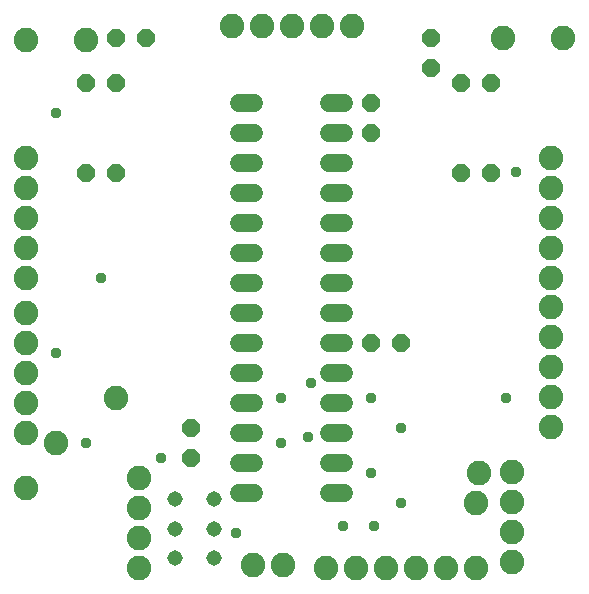
<source format=gbr>
G04 EAGLE Gerber RS-274X export*
G75*
%MOMM*%
%FSLAX34Y34*%
%LPD*%
%INSoldermask Top*%
%IPPOS*%
%AMOC8*
5,1,8,0,0,1.08239X$1,22.5*%
G01*
%ADD10P,1.649562X8X22.500000*%
%ADD11P,1.649562X8X112.500000*%
%ADD12P,1.649562X8X292.500000*%
%ADD13P,1.649562X8X202.500000*%
%ADD14C,1.524000*%
%ADD15C,2.082800*%
%ADD16C,1.311200*%
%ADD17C,0.959600*%


D10*
X317500Y212090D03*
X342900Y212090D03*
D11*
X165100Y114300D03*
X165100Y139700D03*
D12*
X317500Y415290D03*
X317500Y389890D03*
X368300Y469900D03*
X368300Y444500D03*
D13*
X127000Y469900D03*
X101600Y469900D03*
D11*
X393700Y355600D03*
X393700Y431800D03*
X101600Y355600D03*
X101600Y431800D03*
D12*
X419100Y431800D03*
X419100Y355600D03*
X76200Y431800D03*
X76200Y355600D03*
D14*
X205296Y415100D02*
X218504Y415100D01*
X218504Y389700D02*
X205296Y389700D01*
X205296Y364300D02*
X218504Y364300D01*
X218504Y338900D02*
X205296Y338900D01*
X205296Y313500D02*
X218504Y313500D01*
X218504Y288100D02*
X205296Y288100D01*
X205296Y262700D02*
X218504Y262700D01*
X218504Y237300D02*
X205296Y237300D01*
X205296Y211900D02*
X218504Y211900D01*
X218504Y186500D02*
X205296Y186500D01*
X205296Y161100D02*
X218504Y161100D01*
X218504Y135700D02*
X205296Y135700D01*
X205296Y110300D02*
X218504Y110300D01*
X218504Y84900D02*
X205296Y84900D01*
X281496Y84900D02*
X294704Y84900D01*
X294704Y110300D02*
X281496Y110300D01*
X281496Y135700D02*
X294704Y135700D01*
X294704Y161100D02*
X281496Y161100D01*
X281496Y186500D02*
X294704Y186500D01*
X294704Y211900D02*
X281496Y211900D01*
X281496Y237300D02*
X294704Y237300D01*
X294704Y262700D02*
X281496Y262700D01*
X281496Y288100D02*
X294704Y288100D01*
X294704Y313500D02*
X281496Y313500D01*
X281496Y338900D02*
X294704Y338900D01*
X294704Y364300D02*
X281496Y364300D01*
X281496Y389700D02*
X294704Y389700D01*
X294704Y415100D02*
X281496Y415100D01*
D15*
X406400Y76200D03*
X408940Y101600D03*
X469900Y368300D03*
X469900Y342900D03*
X469900Y317500D03*
X469900Y292100D03*
X469900Y266700D03*
X469900Y242570D03*
X469900Y217170D03*
X469900Y191770D03*
X469900Y166370D03*
X469900Y140970D03*
X25400Y237490D03*
X25400Y212090D03*
X25400Y186690D03*
X25400Y161290D03*
X25400Y135890D03*
X25400Y368300D03*
X25400Y342900D03*
X25400Y317500D03*
X25400Y292100D03*
X25400Y266700D03*
X101600Y165100D03*
X50800Y127000D03*
X25400Y88900D03*
X242570Y24130D03*
X217170Y24130D03*
D16*
X151140Y29610D03*
X151140Y54610D03*
X151140Y79610D03*
X184140Y79610D03*
X184140Y54610D03*
X184140Y29610D03*
D15*
X120650Y21590D03*
X120650Y46990D03*
X120650Y72390D03*
X120650Y97790D03*
X406210Y21590D03*
X380810Y21590D03*
X355410Y21590D03*
X330010Y21590D03*
X304610Y21590D03*
X279210Y21590D03*
X199200Y480060D03*
X224600Y480060D03*
X250000Y480060D03*
X275400Y480060D03*
X300800Y480060D03*
X436880Y26670D03*
X436880Y52070D03*
X436880Y77470D03*
X436880Y102870D03*
X429260Y469900D03*
X480060Y469900D03*
X25400Y468630D03*
X76200Y468630D03*
D17*
X50800Y203200D03*
X76200Y127000D03*
X139700Y114300D03*
X440055Y356235D03*
X50800Y406400D03*
X241300Y127000D03*
X241300Y165100D03*
X342900Y139700D03*
X342900Y76200D03*
X317500Y165100D03*
X317500Y101600D03*
X266700Y177800D03*
X293370Y57150D03*
X264160Y132080D03*
X320040Y57150D03*
X88900Y266700D03*
X203200Y50800D03*
X431800Y165100D03*
M02*

</source>
